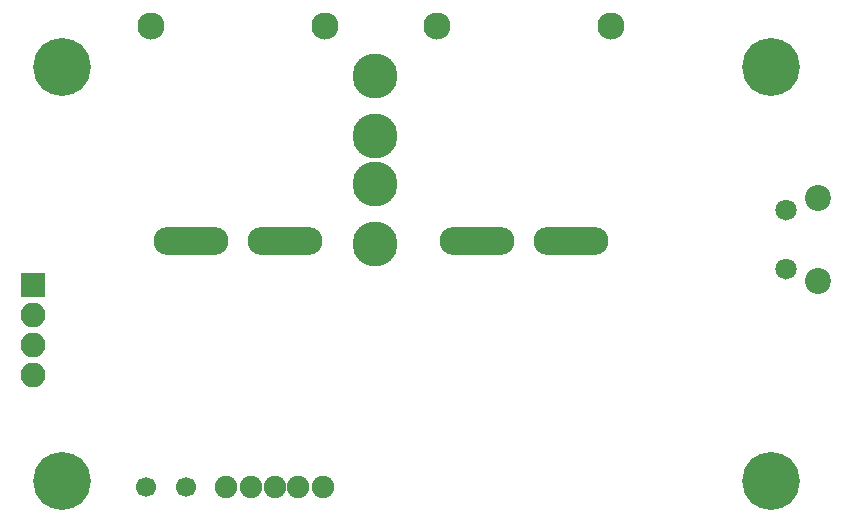
<source format=gbr>
G04 #@! TF.FileFunction,Soldermask,Bot*
%FSLAX46Y46*%
G04 Gerber Fmt 4.6, Leading zero omitted, Abs format (unit mm)*
G04 Created by KiCad (PCBNEW 4.0.7-e2-6376~61~ubuntu18.04.1) date Sat Jul 21 17:42:36 2018*
%MOMM*%
%LPD*%
G01*
G04 APERTURE LIST*
%ADD10C,0.100000*%
%ADD11C,3.800000*%
%ADD12C,4.900000*%
%ADD13R,2.100000X2.100000*%
%ADD14O,2.100000X2.100000*%
%ADD15O,6.330000X2.370000*%
%ADD16C,2.300000*%
%ADD17C,1.808000*%
%ADD18C,2.200000*%
%ADD19C,1.700000*%
%ADD20C,1.900000*%
G04 APERTURE END LIST*
D10*
D11*
X99000000Y-76360000D03*
X99000000Y-80420000D03*
X99000000Y-71280000D03*
X99000000Y-85500000D03*
D12*
X72500000Y-105500000D03*
X72500000Y-70500000D03*
X132500000Y-70500000D03*
X132500000Y-105500000D03*
D13*
X70000000Y-88960000D03*
D14*
X70000000Y-91500000D03*
X70000000Y-94040000D03*
X70000000Y-96580000D03*
D15*
X107660000Y-85240000D03*
X115560000Y-85240000D03*
D16*
X104220000Y-67000000D03*
X119000000Y-67000000D03*
D15*
X83440000Y-85240000D03*
X91340000Y-85240000D03*
D16*
X80000000Y-67000000D03*
X94780000Y-67000000D03*
D17*
X133800000Y-87600000D03*
X133800000Y-82600000D03*
D18*
X136500000Y-88600000D03*
X136500000Y-81600000D03*
D19*
X79600000Y-106000000D03*
X83000000Y-106000000D03*
D20*
X90500000Y-106000000D03*
X92500000Y-106000000D03*
X88500000Y-106000000D03*
X86400000Y-106000000D03*
X94600000Y-106000000D03*
M02*

</source>
